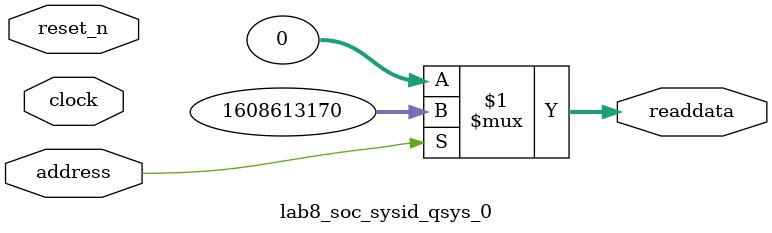
<source format=v>



// synthesis translate_off
`timescale 1ns / 1ps
// synthesis translate_on

// turn off superfluous verilog processor warnings 
// altera message_level Level1 
// altera message_off 10034 10035 10036 10037 10230 10240 10030 

module lab8_soc_sysid_qsys_0 (
               // inputs:
                address,
                clock,
                reset_n,

               // outputs:
                readdata
             )
;

  output  [ 31: 0] readdata;
  input            address;
  input            clock;
  input            reset_n;

  wire    [ 31: 0] readdata;
  //control_slave, which is an e_avalon_slave
  assign readdata = address ? 1608613170 : 0;

endmodule



</source>
